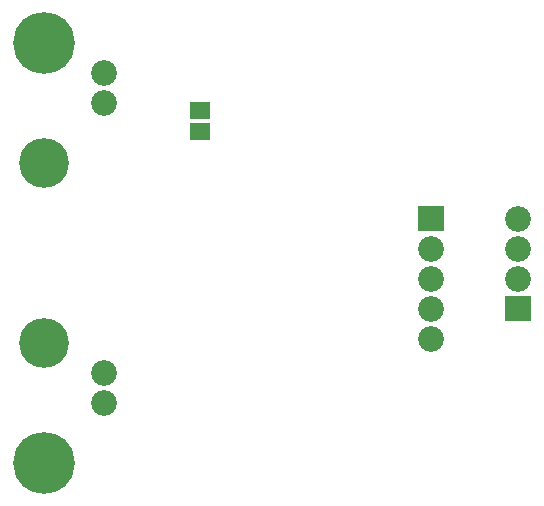
<source format=gbs>
G04 start of page 7 for group -4062 idx -4062 *
G04 Title: (unknown), soldermask *
G04 Creator: pcb 20140316 *
G04 CreationDate: Fri 17 Jul 2015 05:09:26 PM GMT UTC *
G04 For: fosse *
G04 Format: Gerber/RS-274X *
G04 PCB-Dimensions (mil): 2170.00 1700.00 *
G04 PCB-Coordinate-Origin: lower left *
%MOIN*%
%FSLAX25Y25*%
%LNBOTTOMMASK*%
%ADD54R,0.0572X0.0572*%
%ADD53C,0.0001*%
%ADD52C,0.0860*%
%ADD51C,0.2060*%
%ADD50C,0.1660*%
G54D50*X34500Y55000D03*
G54D51*Y15000D03*
G54D52*X54500Y45000D03*
Y35000D03*
G54D51*X34500Y155000D03*
G54D50*Y115000D03*
G54D52*X54500Y145000D03*
Y135000D03*
G54D53*G36*
X159200Y100800D02*Y92200D01*
X167800D01*
Y100800D01*
X159200D01*
G37*
G54D52*X192500Y96500D03*
X163500Y86500D03*
X192500D03*
X163500Y76500D03*
X192500D03*
X163500Y66500D03*
Y56500D03*
G54D53*G36*
X188200Y70800D02*Y62200D01*
X196800D01*
Y70800D01*
X188200D01*
G37*
G54D54*X86107Y125457D02*X86893D01*
X86107Y132543D02*X86893D01*
M02*

</source>
